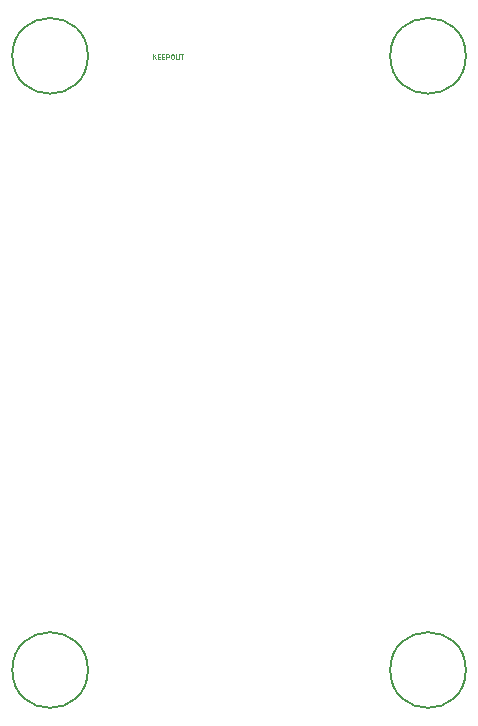
<source format=gbr>
%TF.GenerationSoftware,KiCad,Pcbnew,(7.0.0)*%
%TF.CreationDate,2023-03-11T20:41:09+01:00*%
%TF.ProjectId,StripController,53747269-7043-46f6-9e74-726f6c6c6572,rev?*%
%TF.SameCoordinates,Original*%
%TF.FileFunction,Other,Comment*%
%FSLAX46Y46*%
G04 Gerber Fmt 4.6, Leading zero omitted, Abs format (unit mm)*
G04 Created by KiCad (PCBNEW (7.0.0)) date 2023-03-11 20:41:09*
%MOMM*%
%LPD*%
G01*
G04 APERTURE LIST*
%ADD10C,0.100000*%
%ADD11C,0.150000*%
G04 APERTURE END LIST*
D10*
%TO.C,J5*%
X12731904Y55733048D02*
X12731904Y56133048D01*
X12960475Y55733048D02*
X12789046Y55961620D01*
X12960475Y56133048D02*
X12731904Y55904477D01*
X13131904Y55942572D02*
X13265237Y55942572D01*
X13322380Y55733048D02*
X13131904Y55733048D01*
X13131904Y55733048D02*
X13131904Y56133048D01*
X13131904Y56133048D02*
X13322380Y56133048D01*
X13493809Y55942572D02*
X13627142Y55942572D01*
X13684285Y55733048D02*
X13493809Y55733048D01*
X13493809Y55733048D02*
X13493809Y56133048D01*
X13493809Y56133048D02*
X13684285Y56133048D01*
X13855714Y55733048D02*
X13855714Y56133048D01*
X13855714Y56133048D02*
X14008095Y56133048D01*
X14008095Y56133048D02*
X14046190Y56114000D01*
X14046190Y56114000D02*
X14065237Y56094953D01*
X14065237Y56094953D02*
X14084285Y56056858D01*
X14084285Y56056858D02*
X14084285Y55999715D01*
X14084285Y55999715D02*
X14065237Y55961620D01*
X14065237Y55961620D02*
X14046190Y55942572D01*
X14046190Y55942572D02*
X14008095Y55923524D01*
X14008095Y55923524D02*
X13855714Y55923524D01*
X14331904Y56133048D02*
X14408095Y56133048D01*
X14408095Y56133048D02*
X14446190Y56114000D01*
X14446190Y56114000D02*
X14484285Y56075905D01*
X14484285Y56075905D02*
X14503333Y55999715D01*
X14503333Y55999715D02*
X14503333Y55866381D01*
X14503333Y55866381D02*
X14484285Y55790191D01*
X14484285Y55790191D02*
X14446190Y55752096D01*
X14446190Y55752096D02*
X14408095Y55733048D01*
X14408095Y55733048D02*
X14331904Y55733048D01*
X14331904Y55733048D02*
X14293809Y55752096D01*
X14293809Y55752096D02*
X14255714Y55790191D01*
X14255714Y55790191D02*
X14236666Y55866381D01*
X14236666Y55866381D02*
X14236666Y55999715D01*
X14236666Y55999715D02*
X14255714Y56075905D01*
X14255714Y56075905D02*
X14293809Y56114000D01*
X14293809Y56114000D02*
X14331904Y56133048D01*
X14674762Y56133048D02*
X14674762Y55809239D01*
X14674762Y55809239D02*
X14693809Y55771143D01*
X14693809Y55771143D02*
X14712857Y55752096D01*
X14712857Y55752096D02*
X14750952Y55733048D01*
X14750952Y55733048D02*
X14827143Y55733048D01*
X14827143Y55733048D02*
X14865238Y55752096D01*
X14865238Y55752096D02*
X14884285Y55771143D01*
X14884285Y55771143D02*
X14903333Y55809239D01*
X14903333Y55809239D02*
X14903333Y56133048D01*
X15036667Y56133048D02*
X15265238Y56133048D01*
X15150952Y55733048D02*
X15150952Y56133048D01*
D11*
%TO.C,H3*%
X7200000Y4000000D02*
G75*
G03*
X7200000Y4000000I-3200000J0D01*
G01*
%TO.C,H2*%
X39200000Y4000000D02*
G75*
G03*
X39200000Y4000000I-3200000J0D01*
G01*
%TO.C,H1*%
X7200000Y56000000D02*
G75*
G03*
X7200000Y56000000I-3200000J0D01*
G01*
%TO.C,H4*%
X39200000Y56000000D02*
G75*
G03*
X39200000Y56000000I-3200000J0D01*
G01*
%TD*%
M02*

</source>
